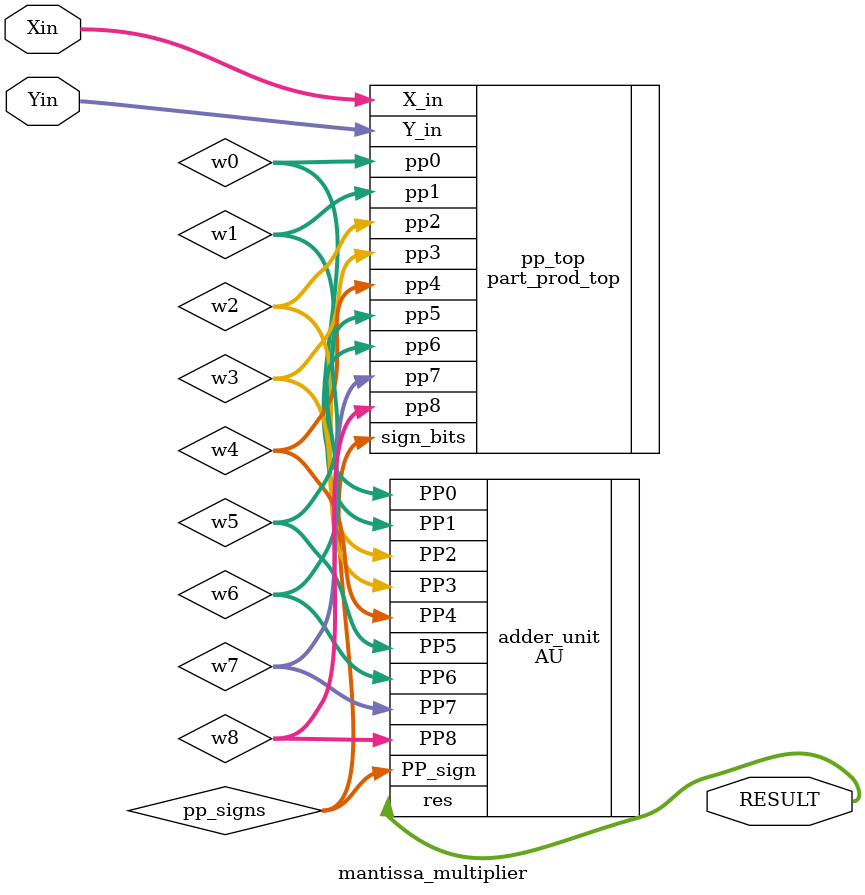
<source format=sv>

module mantissa_multiplier #( 	
	parameter num_par_prod = 9,
	parameter input_nbit=24,
	parameter res_nbit= 26 )(

    	input [input_nbit-1:0] Xin, Yin,
	output [2*input_nbit-1:0] RESULT
);

logic [num_par_prod-2:0] pp_signs;
logic [res_nbit-1:0] w0, w1, w2, w3, w4, w5, w6, w7;
logic [input_nbit-1:0] w8;

part_prod_top #(.num_par_prod( num_par_prod), .input_nbit(input_nbit), .res_nbit(res_nbit)) pp_top( 
		.X_in(Xin), .Y_in(Yin), .pp0(w0), .pp1(w1), .pp2(w2), .pp3(w3), .pp4(w4), .pp5(w5), .pp6(w6), .pp7(w7), .pp8(w8), .sign_bits(pp_signs));

AU adder_unit ( .PP0(w0), .PP1(w1), .PP2(w2), .PP3(w3), .PP4(w4), .PP5(w5), .PP6(w6), .PP7(w7), .PP8(w8), .PP_sign(pp_signs), .res(RESULT));

endmodule

</source>
